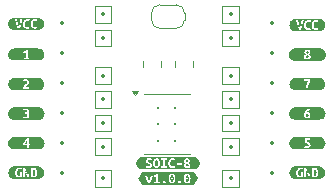
<source format=gto>
%TF.GenerationSoftware,KiCad,Pcbnew,8.0.3*%
%TF.CreationDate,2024-08-11T06:13:30+12:00*%
%TF.ProjectId,soic-8,736f6963-2d38-42e6-9b69-6361645f7063,rev?*%
%TF.SameCoordinates,Original*%
%TF.FileFunction,Legend,Top*%
%TF.FilePolarity,Positive*%
%FSLAX46Y46*%
G04 Gerber Fmt 4.6, Leading zero omitted, Abs format (unit mm)*
G04 Created by KiCad (PCBNEW 8.0.3) date 2024-08-11 06:13:30*
%MOMM*%
%LPD*%
G01*
G04 APERTURE LIST*
%ADD10C,0.120000*%
%ADD11C,0.000000*%
%ADD12C,0.350000*%
%ADD13C,0.200000*%
G04 APERTURE END LIST*
D10*
%TO.C,TP105*%
X-29200000Y-13100000D02*
X-27800000Y-13100000D01*
X-29200000Y-14500000D02*
X-29200000Y-13100000D01*
X-27800000Y-13100000D02*
X-27800000Y-14500000D01*
X-27800000Y-14500000D02*
X-29200000Y-14500000D01*
%TO.C,C101*%
X-25095000Y-12538748D02*
X-25095000Y-13061252D01*
X-23625000Y-12538748D02*
X-23625000Y-13061252D01*
D11*
%TO.C,kibuzzard-66A68BCE*%
G36*
X-34315024Y-21752504D02*
G01*
X-34262036Y-21812601D01*
X-34234895Y-21899192D01*
X-34227141Y-22000000D01*
X-34229564Y-22057027D01*
X-34236834Y-22109208D01*
X-34269144Y-22195153D01*
X-34328595Y-22252019D01*
X-34419709Y-22272698D01*
X-34433926Y-22272698D01*
X-34448142Y-22271405D01*
X-34448142Y-21733764D01*
X-34424879Y-21730533D01*
X-34401616Y-21729887D01*
X-34315024Y-21752504D01*
G37*
G36*
X-33909288Y-21484942D02*
G01*
X-33810774Y-21514826D01*
X-33719983Y-21563355D01*
X-33640404Y-21628664D01*
X-33575095Y-21708243D01*
X-33526566Y-21799035D01*
X-33496682Y-21897549D01*
X-33486591Y-22000000D01*
X-33496682Y-22102451D01*
X-33526566Y-22200965D01*
X-33575095Y-22291757D01*
X-33640404Y-22371336D01*
X-33719983Y-22436645D01*
X-33810774Y-22485174D01*
X-33909288Y-22515058D01*
X-34011739Y-22525148D01*
X-34065590Y-22525148D01*
X-34436511Y-22525148D01*
X-34864297Y-22525148D01*
X-35607431Y-22525148D01*
X-35934410Y-22525148D01*
X-35988261Y-22525148D01*
X-36090712Y-22515058D01*
X-36189226Y-22485174D01*
X-36280017Y-22436645D01*
X-36359596Y-22371336D01*
X-36424905Y-22291757D01*
X-36473434Y-22200965D01*
X-36503318Y-22102451D01*
X-36513409Y-22000000D01*
X-35934410Y-22000000D01*
X-35928595Y-22097092D01*
X-35911147Y-22181583D01*
X-35883037Y-22253312D01*
X-35845234Y-22312116D01*
X-35798223Y-22357997D01*
X-35742488Y-22390953D01*
X-35678675Y-22410824D01*
X-35607431Y-22417447D01*
X-35528433Y-22414216D01*
X-35462036Y-22404523D01*
X-35447282Y-22400646D01*
X-35263651Y-22400646D01*
X-35120194Y-22400646D01*
X-35120194Y-21869467D01*
X-35072159Y-21958140D01*
X-35026279Y-22046670D01*
X-34982553Y-22135057D01*
X-34940980Y-22223443D01*
X-34901562Y-22311973D01*
X-34864297Y-22400646D01*
X-34736349Y-22400646D01*
X-34736349Y-21610985D01*
X-34607108Y-21610985D01*
X-34607108Y-22391599D01*
X-34519871Y-22406462D01*
X-34436511Y-22410985D01*
X-34358481Y-22405331D01*
X-34287237Y-22388368D01*
X-34224071Y-22359128D01*
X-34170275Y-22316640D01*
X-34126494Y-22260258D01*
X-34093376Y-22189338D01*
X-34072536Y-22102908D01*
X-34065590Y-22000000D01*
X-34071890Y-21899354D01*
X-34090792Y-21814540D01*
X-34121002Y-21744426D01*
X-34161228Y-21687884D01*
X-34211470Y-21644750D01*
X-34271729Y-21614863D01*
X-34340388Y-21597415D01*
X-34415832Y-21591599D01*
X-34505008Y-21595477D01*
X-34607108Y-21610985D01*
X-34736349Y-21610985D01*
X-34736349Y-21600646D01*
X-34879806Y-21600646D01*
X-34879806Y-22093053D01*
X-34902585Y-22042649D01*
X-34929564Y-21984491D01*
X-34959935Y-21921486D01*
X-34992892Y-21856543D01*
X-35027625Y-21790468D01*
X-35063328Y-21724071D01*
X-35099515Y-21659935D01*
X-35135703Y-21600646D01*
X-35263651Y-21600646D01*
X-35263651Y-22400646D01*
X-35447282Y-22400646D01*
X-35373506Y-22381260D01*
X-35373506Y-21981906D01*
X-35532472Y-21981906D01*
X-35532472Y-22273990D01*
X-35563489Y-22277868D01*
X-35594507Y-22279160D01*
X-35671729Y-22262197D01*
X-35727625Y-22211309D01*
X-35752755Y-22157674D01*
X-35767833Y-22087237D01*
X-35772859Y-22000000D01*
X-35770113Y-21940711D01*
X-35761874Y-21886914D01*
X-35725687Y-21799031D01*
X-35661712Y-21741519D01*
X-35566074Y-21720840D01*
X-35480775Y-21735057D01*
X-35410985Y-21767367D01*
X-35369628Y-21640711D01*
X-35396123Y-21625202D01*
X-35440711Y-21605816D01*
X-35504685Y-21589661D01*
X-35588045Y-21582553D01*
X-35658158Y-21589176D01*
X-35723748Y-21609047D01*
X-35782876Y-21642165D01*
X-35833603Y-21688530D01*
X-35875283Y-21747819D01*
X-35907270Y-21819709D01*
X-35927625Y-21903877D01*
X-35934410Y-22000000D01*
X-36513409Y-22000000D01*
X-36503318Y-21897549D01*
X-36473434Y-21799035D01*
X-36424905Y-21708243D01*
X-36359596Y-21628664D01*
X-36280017Y-21563355D01*
X-36189226Y-21514826D01*
X-36090712Y-21484942D01*
X-35988261Y-21474852D01*
X-35934410Y-21474852D01*
X-34065590Y-21474852D01*
X-34011739Y-21474852D01*
X-33909288Y-21484942D01*
G37*
D10*
%TO.C,TP102*%
X-29200000Y-9900000D02*
X-27800000Y-9900000D01*
X-29200000Y-11300000D02*
X-29200000Y-9900000D01*
X-27800000Y-9900000D02*
X-27800000Y-11300000D01*
X-27800000Y-11300000D02*
X-29200000Y-11300000D01*
%TO.C,TP103*%
X-18400000Y-9900000D02*
X-17000000Y-9900000D01*
X-18400000Y-11300000D02*
X-18400000Y-9900000D01*
X-17000000Y-9900000D02*
X-17000000Y-11300000D01*
X-17000000Y-11300000D02*
X-18400000Y-11300000D01*
%TO.C,TP104*%
X-18400000Y-7900000D02*
X-17000000Y-7900000D01*
X-18400000Y-9300000D02*
X-18400000Y-7900000D01*
X-17000000Y-7900000D02*
X-17000000Y-9300000D01*
X-17000000Y-9300000D02*
X-18400000Y-9300000D01*
%TO.C,TP107*%
X-29200000Y-17100000D02*
X-27800000Y-17100000D01*
X-29200000Y-18500000D02*
X-29200000Y-17100000D01*
X-27800000Y-17100000D02*
X-27800000Y-18500000D01*
X-27800000Y-18500000D02*
X-29200000Y-18500000D01*
%TO.C,U101*%
X-23110000Y-15340000D02*
X-25060000Y-15340000D01*
X-23110000Y-15340000D02*
X-21160000Y-15340000D01*
X-23110000Y-20460000D02*
X-25060000Y-20460000D01*
X-23110000Y-20460000D02*
X-21160000Y-20460000D01*
X-25810000Y-15435000D02*
X-26050000Y-15105000D01*
X-25570000Y-15105000D01*
X-25810000Y-15435000D01*
G36*
X-25810000Y-15435000D02*
G01*
X-26050000Y-15105000D01*
X-25570000Y-15105000D01*
X-25810000Y-15435000D01*
G37*
%TO.C,TP113*%
X-29200000Y-21800000D02*
X-27800000Y-21800000D01*
X-29200000Y-23200000D02*
X-29200000Y-21800000D01*
X-27800000Y-21800000D02*
X-27800000Y-23200000D01*
X-27800000Y-23200000D02*
X-29200000Y-23200000D01*
%TO.C,TP108*%
X-29200000Y-19100000D02*
X-27800000Y-19100000D01*
X-29200000Y-20500000D02*
X-29200000Y-19100000D01*
X-27800000Y-19100000D02*
X-27800000Y-20500000D01*
X-27800000Y-20500000D02*
X-29200000Y-20500000D01*
D11*
%TO.C,kibuzzard-66A68B20*%
G36*
X-33902826Y-8884942D02*
G01*
X-33804312Y-8914826D01*
X-33713521Y-8963355D01*
X-33633942Y-9028664D01*
X-33568633Y-9108243D01*
X-33520104Y-9199035D01*
X-33490220Y-9297549D01*
X-33480129Y-9400000D01*
X-33490220Y-9502451D01*
X-33520104Y-9600965D01*
X-33568633Y-9691757D01*
X-33633942Y-9771336D01*
X-33713521Y-9836645D01*
X-33804312Y-9885174D01*
X-33902826Y-9915058D01*
X-34005277Y-9925148D01*
X-34059128Y-9925148D01*
X-34282714Y-9925148D01*
X-34928918Y-9925148D01*
X-35717286Y-9925148D01*
X-35940872Y-9925148D01*
X-35994723Y-9925148D01*
X-36097174Y-9915058D01*
X-36195688Y-9885174D01*
X-36286479Y-9836645D01*
X-36366058Y-9771336D01*
X-36431367Y-9691757D01*
X-36479896Y-9600965D01*
X-36509780Y-9502451D01*
X-36519871Y-9400000D01*
X-36509780Y-9297549D01*
X-36479896Y-9199035D01*
X-36431367Y-9108243D01*
X-36366058Y-9028664D01*
X-36331918Y-9000646D01*
X-35940872Y-9000646D01*
X-35926010Y-9073021D01*
X-35904685Y-9163489D01*
X-35887596Y-9231197D01*
X-35869072Y-9301633D01*
X-35849111Y-9374798D01*
X-35828002Y-9449399D01*
X-35806031Y-9524143D01*
X-35783199Y-9599031D01*
X-35749273Y-9705654D01*
X-35717286Y-9800646D01*
X-35553150Y-9800646D01*
X-35528451Y-9731790D01*
X-35504326Y-9661353D01*
X-35480775Y-9589338D01*
X-35458158Y-9516963D01*
X-35436834Y-9445450D01*
X-35423947Y-9400000D01*
X-35276575Y-9400000D01*
X-35271002Y-9494426D01*
X-35254281Y-9577383D01*
X-35226414Y-9648869D01*
X-35187399Y-9708885D01*
X-35119045Y-9769198D01*
X-35032885Y-9805385D01*
X-34928918Y-9817447D01*
X-34858320Y-9813086D01*
X-34796446Y-9800000D01*
X-34705331Y-9761874D01*
X-34745396Y-9636511D01*
X-34810662Y-9664943D01*
X-34913409Y-9679160D01*
X-35005654Y-9660905D01*
X-35067851Y-9606139D01*
X-35094059Y-9550350D01*
X-35109783Y-9480345D01*
X-35114783Y-9400000D01*
X-34630372Y-9400000D01*
X-34624798Y-9494426D01*
X-34608078Y-9577383D01*
X-34580210Y-9648869D01*
X-34541195Y-9708885D01*
X-34472841Y-9769198D01*
X-34386681Y-9805385D01*
X-34282714Y-9817447D01*
X-34212116Y-9813086D01*
X-34150242Y-9800000D01*
X-34059128Y-9761874D01*
X-34099192Y-9636511D01*
X-34164459Y-9664943D01*
X-34267205Y-9679160D01*
X-34359451Y-9660905D01*
X-34421648Y-9606139D01*
X-34447855Y-9550350D01*
X-34463579Y-9480345D01*
X-34468821Y-9396123D01*
X-34464459Y-9323748D01*
X-34451373Y-9264297D01*
X-34406139Y-9179645D01*
X-34342811Y-9134410D01*
X-34269790Y-9120840D01*
X-34173506Y-9134410D01*
X-34101777Y-9167367D01*
X-34060420Y-9040711D01*
X-34086914Y-9025202D01*
X-34130210Y-9005816D01*
X-34190307Y-8989661D01*
X-34267205Y-8982553D01*
X-34342973Y-8989499D01*
X-34412601Y-9010339D01*
X-34474636Y-9044588D01*
X-34527625Y-9091761D01*
X-34570759Y-9151373D01*
X-34603231Y-9222940D01*
X-34623586Y-9305977D01*
X-34630372Y-9400000D01*
X-35114783Y-9400000D01*
X-35115024Y-9396123D01*
X-35110662Y-9323748D01*
X-35097577Y-9264297D01*
X-35052342Y-9179645D01*
X-34989015Y-9134410D01*
X-34915994Y-9120840D01*
X-34819709Y-9134410D01*
X-34747981Y-9167367D01*
X-34706624Y-9040711D01*
X-34733118Y-9025202D01*
X-34776414Y-9005816D01*
X-34836510Y-8989661D01*
X-34913409Y-8982553D01*
X-34989176Y-8989499D01*
X-35058805Y-9010339D01*
X-35120840Y-9044588D01*
X-35173829Y-9091761D01*
X-35216963Y-9151373D01*
X-35249435Y-9222940D01*
X-35269790Y-9305977D01*
X-35276575Y-9400000D01*
X-35423947Y-9400000D01*
X-35416801Y-9374798D01*
X-35389338Y-9271890D01*
X-35365105Y-9173829D01*
X-35344265Y-9082714D01*
X-35326979Y-9000646D01*
X-35493700Y-9000646D01*
X-35505331Y-9067851D01*
X-35519548Y-9145396D01*
X-35535703Y-9229241D01*
X-35553150Y-9315347D01*
X-35571890Y-9401939D01*
X-35591922Y-9487237D01*
X-35612601Y-9567205D01*
X-35633279Y-9637803D01*
X-35654120Y-9566236D01*
X-35675283Y-9485945D01*
X-35695961Y-9400646D01*
X-35715347Y-9314055D01*
X-35733279Y-9228110D01*
X-35749596Y-9144750D01*
X-35763166Y-9067690D01*
X-35772859Y-9000646D01*
X-35940872Y-9000646D01*
X-36331918Y-9000646D01*
X-36286479Y-8963355D01*
X-36195688Y-8914826D01*
X-36097174Y-8884942D01*
X-35994723Y-8874852D01*
X-35940872Y-8874852D01*
X-34059128Y-8874852D01*
X-34005277Y-8874852D01*
X-33902826Y-8884942D01*
G37*
D10*
%TO.C,TP110*%
X-18400000Y-17100000D02*
X-17000000Y-17100000D01*
X-18400000Y-18500000D02*
X-18400000Y-17100000D01*
X-17000000Y-17100000D02*
X-17000000Y-18500000D01*
X-17000000Y-18500000D02*
X-18400000Y-18500000D01*
D11*
%TO.C,kibuzzard-66A68C60*%
G36*
X-10079174Y-18993816D02*
G01*
X-9982357Y-19023185D01*
X-9893130Y-19070878D01*
X-9814921Y-19135061D01*
X-9750738Y-19213270D01*
X-9703045Y-19302497D01*
X-9673676Y-19399314D01*
X-9663759Y-19500000D01*
X-9673676Y-19600686D01*
X-9703045Y-19697503D01*
X-9750738Y-19786730D01*
X-9814921Y-19864939D01*
X-9893130Y-19929122D01*
X-9982357Y-19976815D01*
X-10079174Y-20006184D01*
X-10179860Y-20016101D01*
X-10933764Y-20016101D01*
X-11250404Y-20016101D01*
X-11466236Y-20016101D01*
X-12220140Y-20016101D01*
X-12320826Y-20006184D01*
X-12417643Y-19976815D01*
X-12506870Y-19929122D01*
X-12582514Y-19867044D01*
X-11466236Y-19867044D01*
X-11429402Y-19881260D01*
X-11375767Y-19894830D01*
X-11313732Y-19904523D01*
X-11250404Y-19908401D01*
X-11176414Y-19903554D01*
X-11112116Y-19889015D01*
X-11057512Y-19865751D01*
X-11012601Y-19834733D01*
X-10953150Y-19752666D01*
X-10933764Y-19649919D01*
X-10942524Y-19574960D01*
X-10968803Y-19512062D01*
X-11012601Y-19461228D01*
X-11074206Y-19422743D01*
X-11153904Y-19396895D01*
X-11251696Y-19383683D01*
X-11245234Y-19310016D01*
X-11238772Y-19223425D01*
X-10963489Y-19223425D01*
X-10963489Y-19091599D01*
X-11371890Y-19091599D01*
X-11376737Y-19190307D01*
X-11383522Y-19292569D01*
X-11392569Y-19397738D01*
X-11404200Y-19505170D01*
X-11315347Y-19507916D01*
X-11245234Y-19516155D01*
X-11151535Y-19547173D01*
X-11107593Y-19594992D01*
X-11096607Y-19656381D01*
X-11103069Y-19699031D01*
X-11126979Y-19735864D01*
X-11174798Y-19762359D01*
X-11251696Y-19772698D01*
X-11312116Y-19769790D01*
X-11361551Y-19761066D01*
X-11433926Y-19735218D01*
X-11466236Y-19867044D01*
X-12582514Y-19867044D01*
X-12585079Y-19864939D01*
X-12649262Y-19786730D01*
X-12696955Y-19697503D01*
X-12726324Y-19600686D01*
X-12736241Y-19500000D01*
X-12726324Y-19399314D01*
X-12696955Y-19302497D01*
X-12649262Y-19213270D01*
X-12585079Y-19135061D01*
X-12506870Y-19070878D01*
X-12417643Y-19023185D01*
X-12320826Y-18993816D01*
X-12220140Y-18983899D01*
X-11466236Y-18983899D01*
X-10933764Y-18983899D01*
X-10179860Y-18983899D01*
X-10079174Y-18993816D01*
G37*
%TO.C,kibuzzard-66A68B20*%
G36*
X-10102826Y-8984942D02*
G01*
X-10004312Y-9014826D01*
X-9913521Y-9063355D01*
X-9833942Y-9128664D01*
X-9768633Y-9208243D01*
X-9720104Y-9299035D01*
X-9690220Y-9397549D01*
X-9680129Y-9500000D01*
X-9690220Y-9602451D01*
X-9720104Y-9700965D01*
X-9768633Y-9791757D01*
X-9833942Y-9871336D01*
X-9913521Y-9936645D01*
X-10004312Y-9985174D01*
X-10102826Y-10015058D01*
X-10205277Y-10025148D01*
X-10259128Y-10025148D01*
X-10482714Y-10025148D01*
X-11128918Y-10025148D01*
X-11917286Y-10025148D01*
X-12140872Y-10025148D01*
X-12194723Y-10025148D01*
X-12297174Y-10015058D01*
X-12395688Y-9985174D01*
X-12486479Y-9936645D01*
X-12566058Y-9871336D01*
X-12631367Y-9791757D01*
X-12679896Y-9700965D01*
X-12709780Y-9602451D01*
X-12719871Y-9500000D01*
X-12709780Y-9397549D01*
X-12679896Y-9299035D01*
X-12631367Y-9208243D01*
X-12566058Y-9128664D01*
X-12531918Y-9100646D01*
X-12140872Y-9100646D01*
X-12126010Y-9173021D01*
X-12104685Y-9263489D01*
X-12087596Y-9331197D01*
X-12069072Y-9401633D01*
X-12049111Y-9474798D01*
X-12028002Y-9549399D01*
X-12006031Y-9624143D01*
X-11983199Y-9699031D01*
X-11949273Y-9805654D01*
X-11917286Y-9900646D01*
X-11753150Y-9900646D01*
X-11728451Y-9831790D01*
X-11704326Y-9761353D01*
X-11680775Y-9689338D01*
X-11658158Y-9616963D01*
X-11636834Y-9545450D01*
X-11623947Y-9500000D01*
X-11476575Y-9500000D01*
X-11471002Y-9594426D01*
X-11454281Y-9677383D01*
X-11426414Y-9748869D01*
X-11387399Y-9808885D01*
X-11319045Y-9869198D01*
X-11232885Y-9905385D01*
X-11128918Y-9917447D01*
X-11058320Y-9913086D01*
X-10996446Y-9900000D01*
X-10905331Y-9861874D01*
X-10945396Y-9736511D01*
X-11010662Y-9764943D01*
X-11113409Y-9779160D01*
X-11205654Y-9760905D01*
X-11267851Y-9706139D01*
X-11294059Y-9650350D01*
X-11309783Y-9580345D01*
X-11314783Y-9500000D01*
X-10830372Y-9500000D01*
X-10824798Y-9594426D01*
X-10808078Y-9677383D01*
X-10780210Y-9748869D01*
X-10741195Y-9808885D01*
X-10672841Y-9869198D01*
X-10586681Y-9905385D01*
X-10482714Y-9917447D01*
X-10412116Y-9913086D01*
X-10350242Y-9900000D01*
X-10259128Y-9861874D01*
X-10299192Y-9736511D01*
X-10364459Y-9764943D01*
X-10467205Y-9779160D01*
X-10559451Y-9760905D01*
X-10621648Y-9706139D01*
X-10647855Y-9650350D01*
X-10663579Y-9580345D01*
X-10668821Y-9496123D01*
X-10664459Y-9423748D01*
X-10651373Y-9364297D01*
X-10606139Y-9279645D01*
X-10542811Y-9234410D01*
X-10469790Y-9220840D01*
X-10373506Y-9234410D01*
X-10301777Y-9267367D01*
X-10260420Y-9140711D01*
X-10286914Y-9125202D01*
X-10330210Y-9105816D01*
X-10390307Y-9089661D01*
X-10467205Y-9082553D01*
X-10542973Y-9089499D01*
X-10612601Y-9110339D01*
X-10674636Y-9144588D01*
X-10727625Y-9191761D01*
X-10770759Y-9251373D01*
X-10803231Y-9322940D01*
X-10823586Y-9405977D01*
X-10830372Y-9500000D01*
X-11314783Y-9500000D01*
X-11315024Y-9496123D01*
X-11310662Y-9423748D01*
X-11297577Y-9364297D01*
X-11252342Y-9279645D01*
X-11189015Y-9234410D01*
X-11115994Y-9220840D01*
X-11019709Y-9234410D01*
X-10947981Y-9267367D01*
X-10906624Y-9140711D01*
X-10933118Y-9125202D01*
X-10976414Y-9105816D01*
X-11036510Y-9089661D01*
X-11113409Y-9082553D01*
X-11189176Y-9089499D01*
X-11258805Y-9110339D01*
X-11320840Y-9144588D01*
X-11373829Y-9191761D01*
X-11416963Y-9251373D01*
X-11449435Y-9322940D01*
X-11469790Y-9405977D01*
X-11476575Y-9500000D01*
X-11623947Y-9500000D01*
X-11616801Y-9474798D01*
X-11589338Y-9371890D01*
X-11565105Y-9273829D01*
X-11544265Y-9182714D01*
X-11526979Y-9100646D01*
X-11693700Y-9100646D01*
X-11705331Y-9167851D01*
X-11719548Y-9245396D01*
X-11735703Y-9329241D01*
X-11753150Y-9415347D01*
X-11771890Y-9501939D01*
X-11791922Y-9587237D01*
X-11812601Y-9667205D01*
X-11833279Y-9737803D01*
X-11854120Y-9666236D01*
X-11875283Y-9585945D01*
X-11895961Y-9500646D01*
X-11915347Y-9414055D01*
X-11933279Y-9328110D01*
X-11949596Y-9244750D01*
X-11963166Y-9167690D01*
X-11972859Y-9100646D01*
X-12140872Y-9100646D01*
X-12531918Y-9100646D01*
X-12486479Y-9063355D01*
X-12395688Y-9014826D01*
X-12297174Y-8984942D01*
X-12194723Y-8974852D01*
X-12140872Y-8974852D01*
X-10259128Y-8974852D01*
X-10205277Y-8974852D01*
X-10102826Y-8984942D01*
G37*
%TO.C,kibuzzard-66AFC706*%
G36*
X-22605331Y-22236187D02*
G01*
X-22563166Y-22289984D01*
X-22544139Y-22345055D01*
X-22532723Y-22414629D01*
X-22528918Y-22498708D01*
X-22532723Y-22583504D01*
X-22544139Y-22653509D01*
X-22563166Y-22708724D01*
X-22605331Y-22762520D01*
X-22662036Y-22780053D01*
X-22663328Y-22780452D01*
X-22720517Y-22762520D01*
X-22762843Y-22708724D01*
X-22782229Y-22653509D01*
X-22793861Y-22583504D01*
X-22797738Y-22498708D01*
X-22797142Y-22485784D01*
X-22734410Y-22485784D01*
X-22715024Y-22545880D01*
X-22662036Y-22571082D01*
X-22610985Y-22545880D01*
X-22590953Y-22485784D01*
X-22610985Y-22425040D01*
X-22662036Y-22399192D01*
X-22715024Y-22425040D01*
X-22734410Y-22485784D01*
X-22797142Y-22485784D01*
X-22793861Y-22414629D01*
X-22782229Y-22345055D01*
X-22762843Y-22289984D01*
X-22720517Y-22236187D01*
X-22663328Y-22218255D01*
X-22605331Y-22236187D01*
G37*
G36*
X-21312924Y-22236187D02*
G01*
X-21270759Y-22289984D01*
X-21251732Y-22345055D01*
X-21240316Y-22414629D01*
X-21236511Y-22498708D01*
X-21240316Y-22583504D01*
X-21251732Y-22653509D01*
X-21270759Y-22708724D01*
X-21312924Y-22762520D01*
X-21369628Y-22780053D01*
X-21370921Y-22780452D01*
X-21428110Y-22762520D01*
X-21470436Y-22708724D01*
X-21489822Y-22653509D01*
X-21501454Y-22583504D01*
X-21505331Y-22498708D01*
X-21504735Y-22485784D01*
X-21442003Y-22485784D01*
X-21422617Y-22545880D01*
X-21369628Y-22571082D01*
X-21318578Y-22545880D01*
X-21298546Y-22485784D01*
X-21318578Y-22425040D01*
X-21369628Y-22399192D01*
X-21422617Y-22425040D01*
X-21442003Y-22485784D01*
X-21504735Y-22485784D01*
X-21501454Y-22414629D01*
X-21489822Y-22345055D01*
X-21470436Y-22289984D01*
X-21428110Y-22236187D01*
X-21370921Y-22218255D01*
X-21312924Y-22236187D01*
G37*
G36*
X-20473703Y-22500000D02*
G01*
X-20823802Y-23025148D01*
X-21093053Y-23025148D01*
X-21370921Y-23025148D01*
X-22015832Y-23025148D01*
X-22663328Y-23025148D01*
X-23308239Y-23025148D01*
X-23685622Y-23025148D01*
X-24674313Y-23025148D01*
X-24906947Y-23025148D01*
X-25176198Y-23025148D01*
X-25526297Y-22500000D01*
X-25388440Y-22293215D01*
X-24906947Y-22293215D01*
X-24879443Y-22383158D01*
X-24851212Y-22469467D01*
X-24822254Y-22552141D01*
X-24792569Y-22631179D01*
X-24752719Y-22729761D01*
X-24713301Y-22819584D01*
X-24674313Y-22900646D01*
X-24541195Y-22900646D01*
X-24501562Y-22819584D01*
X-24460205Y-22729761D01*
X-24417124Y-22631179D01*
X-24384895Y-22552141D01*
X-24354120Y-22469467D01*
X-24324798Y-22383158D01*
X-24296931Y-22293215D01*
X-24458481Y-22293215D01*
X-24471890Y-22343942D01*
X-24488853Y-22397900D01*
X-24507916Y-22453635D01*
X-24527625Y-22509693D01*
X-24547819Y-22565105D01*
X-24568336Y-22618901D01*
X-24605816Y-22715832D01*
X-24641357Y-22618901D01*
X-24659935Y-22565105D01*
X-24678191Y-22509693D01*
X-24695800Y-22453635D01*
X-24712439Y-22397900D01*
X-24727464Y-22343942D01*
X-24740226Y-22293215D01*
X-24906947Y-22293215D01*
X-25388440Y-22293215D01*
X-25371208Y-22267367D01*
X-24216801Y-22267367D01*
X-24165105Y-22399192D01*
X-24086268Y-22367528D01*
X-24003554Y-22321648D01*
X-24003554Y-22768821D01*
X-24171567Y-22768821D01*
X-24171567Y-22900646D01*
X-23685622Y-22900646D01*
X-23685622Y-22798546D01*
X-23424556Y-22798546D01*
X-23414863Y-22848304D01*
X-23389015Y-22884491D01*
X-23352181Y-22907108D01*
X-23308239Y-22914863D01*
X-23228110Y-22885137D01*
X-23193215Y-22798546D01*
X-23228110Y-22714540D01*
X-23308239Y-22684814D01*
X-23352181Y-22692569D01*
X-23389015Y-22714540D01*
X-23414863Y-22750081D01*
X-23424556Y-22798546D01*
X-23685622Y-22798546D01*
X-23685622Y-22768821D01*
X-23844588Y-22768821D01*
X-23844588Y-22498708D01*
X-22941195Y-22498708D01*
X-22936753Y-22597900D01*
X-22923425Y-22683522D01*
X-22901212Y-22755574D01*
X-22870113Y-22814055D01*
X-22815545Y-22871495D01*
X-22746616Y-22905959D01*
X-22663328Y-22917447D01*
X-22580039Y-22905959D01*
X-22511111Y-22871495D01*
X-22456543Y-22814055D01*
X-22448296Y-22798546D01*
X-22132149Y-22798546D01*
X-22122456Y-22848304D01*
X-22096607Y-22884491D01*
X-22059774Y-22907108D01*
X-22015832Y-22914863D01*
X-21935703Y-22885137D01*
X-21900808Y-22798546D01*
X-21935703Y-22714540D01*
X-22015832Y-22684814D01*
X-22059774Y-22692569D01*
X-22096607Y-22714540D01*
X-22122456Y-22750081D01*
X-22132149Y-22798546D01*
X-22448296Y-22798546D01*
X-22425444Y-22755574D01*
X-22403231Y-22683522D01*
X-22389903Y-22597900D01*
X-22385460Y-22498708D01*
X-21648788Y-22498708D01*
X-21644346Y-22597900D01*
X-21631018Y-22683522D01*
X-21608805Y-22755574D01*
X-21577706Y-22814055D01*
X-21523138Y-22871495D01*
X-21454209Y-22905959D01*
X-21370921Y-22917447D01*
X-21287632Y-22905959D01*
X-21218704Y-22871495D01*
X-21164136Y-22814055D01*
X-21133037Y-22755574D01*
X-21110824Y-22683522D01*
X-21097496Y-22597900D01*
X-21093053Y-22498708D01*
X-21097496Y-22400121D01*
X-21110824Y-22315024D01*
X-21133037Y-22243417D01*
X-21164136Y-22185299D01*
X-21218704Y-22128218D01*
X-21287632Y-22093969D01*
X-21370921Y-22082553D01*
X-21452917Y-22094041D01*
X-21521414Y-22128505D01*
X-21576414Y-22185945D01*
X-21608078Y-22244265D01*
X-21630695Y-22315832D01*
X-21644265Y-22400646D01*
X-21648788Y-22498708D01*
X-22385460Y-22498708D01*
X-22389903Y-22400121D01*
X-22403231Y-22315024D01*
X-22425444Y-22243417D01*
X-22456543Y-22185299D01*
X-22511111Y-22128218D01*
X-22580039Y-22093969D01*
X-22663328Y-22082553D01*
X-22745324Y-22094041D01*
X-22813822Y-22128505D01*
X-22868821Y-22185945D01*
X-22900485Y-22244265D01*
X-22923102Y-22315832D01*
X-22936672Y-22400646D01*
X-22941195Y-22498708D01*
X-23844588Y-22498708D01*
X-23844588Y-22100646D01*
X-23953150Y-22100646D01*
X-24008724Y-22151050D01*
X-24077221Y-22197577D01*
X-24149596Y-22237641D01*
X-24216801Y-22267367D01*
X-25371208Y-22267367D01*
X-25176198Y-21974852D01*
X-24906947Y-21974852D01*
X-21093053Y-21974852D01*
X-20823802Y-21974852D01*
X-20473703Y-22500000D01*
G37*
%TO.C,kibuzzard-66AFC835*%
G36*
X-10085982Y-14002055D02*
G01*
X-9990741Y-14030946D01*
X-9902966Y-14077862D01*
X-9826031Y-14141001D01*
X-9762892Y-14217937D01*
X-9715975Y-14305711D01*
X-9687084Y-14400953D01*
X-9677329Y-14500000D01*
X-9687084Y-14599047D01*
X-9715975Y-14694289D01*
X-9762892Y-14782063D01*
X-9826031Y-14858999D01*
X-9902966Y-14922138D01*
X-9990741Y-14969054D01*
X-10085982Y-14997945D01*
X-10185030Y-15007701D01*
X-10938934Y-15007701D01*
X-11353796Y-15007701D01*
X-11461066Y-15007701D01*
X-12214970Y-15007701D01*
X-12314018Y-14997945D01*
X-12409259Y-14969054D01*
X-12497034Y-14922138D01*
X-12573969Y-14858999D01*
X-12637108Y-14782063D01*
X-12684025Y-14694289D01*
X-12712916Y-14599047D01*
X-12722671Y-14500000D01*
X-12712916Y-14400953D01*
X-12684025Y-14305711D01*
X-12644532Y-14231826D01*
X-11461066Y-14231826D01*
X-11125040Y-14231826D01*
X-11160905Y-14295638D01*
X-11198708Y-14370759D01*
X-11236026Y-14453958D01*
X-11270436Y-14542003D01*
X-11300969Y-14632956D01*
X-11326656Y-14724879D01*
X-11345073Y-14814863D01*
X-11353796Y-14900000D01*
X-11192246Y-14900000D01*
X-11180452Y-14796446D01*
X-11157997Y-14692569D01*
X-11127948Y-14591599D01*
X-11093376Y-14496769D01*
X-11055412Y-14409855D01*
X-11015186Y-14332633D01*
X-10975444Y-14268336D01*
X-10938934Y-14220194D01*
X-10938934Y-14100000D01*
X-11461066Y-14100000D01*
X-11461066Y-14231826D01*
X-12644532Y-14231826D01*
X-12637108Y-14217937D01*
X-12573969Y-14141001D01*
X-12497034Y-14077862D01*
X-12409259Y-14030946D01*
X-12314018Y-14002055D01*
X-12214970Y-13992299D01*
X-11461066Y-13992299D01*
X-10938934Y-13992299D01*
X-10185030Y-13992299D01*
X-10085982Y-14002055D01*
G37*
D10*
%TO.C,TP111*%
X-18400000Y-15100000D02*
X-17000000Y-15100000D01*
X-18400000Y-16500000D02*
X-18400000Y-15100000D01*
X-17000000Y-15100000D02*
X-17000000Y-16500000D01*
X-17000000Y-16500000D02*
X-18400000Y-16500000D01*
%TO.C,TP109*%
X-18400000Y-19100000D02*
X-17000000Y-19100000D01*
X-18400000Y-20500000D02*
X-18400000Y-19100000D01*
X-17000000Y-19100000D02*
X-17000000Y-20500000D01*
X-17000000Y-20500000D02*
X-18400000Y-20500000D01*
D11*
%TO.C,kibuzzard-66A68C2F*%
G36*
X-33881459Y-11502055D02*
G01*
X-33786218Y-11530946D01*
X-33698443Y-11577862D01*
X-33621508Y-11641001D01*
X-33558369Y-11717937D01*
X-33511452Y-11805711D01*
X-33482561Y-11900953D01*
X-33472806Y-12000000D01*
X-33482561Y-12099047D01*
X-33511452Y-12194289D01*
X-33558369Y-12282063D01*
X-33621508Y-12358999D01*
X-33698443Y-12422138D01*
X-33786218Y-12469054D01*
X-33881459Y-12497945D01*
X-33980506Y-12507701D01*
X-34734410Y-12507701D01*
X-35265590Y-12507701D01*
X-36019494Y-12507701D01*
X-36118541Y-12497945D01*
X-36213782Y-12469054D01*
X-36301557Y-12422138D01*
X-36378492Y-12358999D01*
X-36441631Y-12282063D01*
X-36488548Y-12194289D01*
X-36517439Y-12099047D01*
X-36527194Y-12000000D01*
X-36517439Y-11900953D01*
X-36488548Y-11805711D01*
X-36467707Y-11766721D01*
X-35265590Y-11766721D01*
X-35213893Y-11898546D01*
X-35135057Y-11866882D01*
X-35052342Y-11821002D01*
X-35052342Y-12268174D01*
X-35220355Y-12268174D01*
X-35220355Y-12400000D01*
X-34734410Y-12400000D01*
X-34734410Y-12268174D01*
X-34893376Y-12268174D01*
X-34893376Y-11600000D01*
X-35001939Y-11600000D01*
X-35057512Y-11650404D01*
X-35126010Y-11696931D01*
X-35198384Y-11736995D01*
X-35265590Y-11766721D01*
X-36467707Y-11766721D01*
X-36441631Y-11717937D01*
X-36378492Y-11641001D01*
X-36301557Y-11577862D01*
X-36213782Y-11530946D01*
X-36118541Y-11502055D01*
X-36019494Y-11492299D01*
X-35265590Y-11492299D01*
X-34734410Y-11492299D01*
X-33980506Y-11492299D01*
X-33881459Y-11502055D01*
G37*
%TO.C,kibuzzard-66A68C47*%
G36*
X-33878701Y-16484942D02*
G01*
X-33780187Y-16514826D01*
X-33689396Y-16563355D01*
X-33609817Y-16628664D01*
X-33544508Y-16708243D01*
X-33495979Y-16799035D01*
X-33466095Y-16897549D01*
X-33456004Y-17000000D01*
X-33466095Y-17102451D01*
X-33495979Y-17200965D01*
X-33544508Y-17291757D01*
X-33609817Y-17371336D01*
X-33689396Y-17436645D01*
X-33780187Y-17485174D01*
X-33878701Y-17515058D01*
X-33981152Y-17525148D01*
X-34735057Y-17525148D01*
X-35042649Y-17525148D01*
X-35264943Y-17525148D01*
X-36018848Y-17525148D01*
X-36121299Y-17515058D01*
X-36219813Y-17485174D01*
X-36310604Y-17436645D01*
X-36387539Y-17373506D01*
X-35264943Y-17373506D01*
X-35224879Y-17387722D01*
X-35168659Y-17401939D01*
X-35105331Y-17412924D01*
X-35042649Y-17417447D01*
X-34968013Y-17412763D01*
X-34904362Y-17398708D01*
X-34851373Y-17376090D01*
X-34808724Y-17345719D01*
X-34753150Y-17264943D01*
X-34735057Y-17162843D01*
X-34743619Y-17097900D01*
X-34769305Y-17042649D01*
X-34810501Y-16998384D01*
X-34865590Y-16966397D01*
X-34793215Y-16899192D01*
X-34766074Y-16807431D01*
X-34781583Y-16718255D01*
X-34829402Y-16646527D01*
X-34911470Y-16599354D01*
X-34965590Y-16586753D01*
X-35028433Y-16582553D01*
X-35097092Y-16588530D01*
X-35158320Y-16606462D01*
X-35250727Y-16653635D01*
X-35193861Y-16769952D01*
X-35116963Y-16733118D01*
X-35027141Y-16718255D01*
X-34954120Y-16743457D01*
X-34927625Y-16812601D01*
X-34939903Y-16861712D01*
X-34971567Y-16892730D01*
X-35015509Y-16909532D01*
X-35064620Y-16914701D01*
X-35124071Y-16914701D01*
X-35124071Y-17046527D01*
X-35074960Y-17046527D01*
X-35004200Y-17052827D01*
X-34947011Y-17071729D01*
X-34909208Y-17106462D01*
X-34896607Y-17160258D01*
X-34929564Y-17246850D01*
X-34974637Y-17273021D01*
X-35043942Y-17281745D01*
X-35105170Y-17278191D01*
X-35157027Y-17267528D01*
X-35233926Y-17240388D01*
X-35264943Y-17373506D01*
X-36387539Y-17373506D01*
X-36390183Y-17371336D01*
X-36455492Y-17291757D01*
X-36504021Y-17200965D01*
X-36533905Y-17102451D01*
X-36543996Y-17000000D01*
X-36533905Y-16897549D01*
X-36504021Y-16799035D01*
X-36455492Y-16708243D01*
X-36390183Y-16628664D01*
X-36310604Y-16563355D01*
X-36219813Y-16514826D01*
X-36121299Y-16484942D01*
X-36018848Y-16474852D01*
X-35264943Y-16474852D01*
X-34735057Y-16474852D01*
X-33981152Y-16474852D01*
X-33878701Y-16484942D01*
G37*
%TO.C,kibuzzard-66A68C65*%
G36*
X-11155089Y-17022456D02*
G01*
X-11117932Y-17047173D01*
X-11090792Y-17140872D01*
X-11096607Y-17186107D01*
X-11114701Y-17228756D01*
X-11146365Y-17261066D01*
X-11192892Y-17273990D01*
X-11249111Y-17257835D01*
X-11284653Y-17214540D01*
X-11302746Y-17153150D01*
X-11307916Y-17081422D01*
X-11307270Y-17056866D01*
X-11305331Y-17033603D01*
X-11262682Y-17019386D01*
X-11212278Y-17014216D01*
X-11155089Y-17022456D01*
G37*
G36*
X-10080608Y-16491280D02*
G01*
X-9983306Y-16520797D01*
X-9893632Y-16568728D01*
X-9815032Y-16633234D01*
X-9750527Y-16711833D01*
X-9702595Y-16801507D01*
X-9673079Y-16898809D01*
X-9663113Y-17000000D01*
X-9673079Y-17101191D01*
X-9702595Y-17198493D01*
X-9750527Y-17288167D01*
X-9815032Y-17366766D01*
X-9893632Y-17431272D01*
X-9983306Y-17479203D01*
X-10080608Y-17508720D01*
X-10181799Y-17518686D01*
X-10935703Y-17518686D01*
X-11189015Y-17518686D01*
X-11464297Y-17518686D01*
X-12218201Y-17518686D01*
X-12319392Y-17508720D01*
X-12416694Y-17479203D01*
X-12506368Y-17431272D01*
X-12584968Y-17366766D01*
X-12649473Y-17288167D01*
X-12697405Y-17198493D01*
X-12726921Y-17101191D01*
X-12730268Y-17067205D01*
X-11464297Y-17067205D01*
X-11456471Y-17174834D01*
X-11432992Y-17261641D01*
X-11393861Y-17327625D01*
X-11339795Y-17373936D01*
X-11271513Y-17401723D01*
X-11189015Y-17410985D01*
X-11127625Y-17404685D01*
X-11075283Y-17385784D01*
X-10996446Y-17320517D01*
X-10950565Y-17232633D01*
X-10935703Y-17138288D01*
X-10949273Y-17040065D01*
X-10993861Y-16958643D01*
X-11073344Y-16903069D01*
X-11127141Y-16887561D01*
X-11191599Y-16882391D01*
X-11232956Y-16888207D01*
X-11280775Y-16904362D01*
X-11236187Y-16820355D01*
X-11164459Y-16765428D01*
X-11073990Y-16735057D01*
X-10973183Y-16724717D01*
X-10982229Y-16589015D01*
X-11085945Y-16596769D01*
X-11179968Y-16620032D01*
X-11262682Y-16658481D01*
X-11332472Y-16711793D01*
X-11388530Y-16779645D01*
X-11430048Y-16861712D01*
X-11455735Y-16957674D01*
X-11464297Y-17067205D01*
X-12730268Y-17067205D01*
X-12736887Y-17000000D01*
X-12726921Y-16898809D01*
X-12697405Y-16801507D01*
X-12649473Y-16711833D01*
X-12584968Y-16633234D01*
X-12506368Y-16568728D01*
X-12416694Y-16520797D01*
X-12319392Y-16491280D01*
X-12218201Y-16481314D01*
X-11464297Y-16481314D01*
X-10935703Y-16481314D01*
X-10181799Y-16481314D01*
X-10080608Y-16491280D01*
G37*
%TO.C,kibuzzard-66A68C5D*%
G36*
X-34956058Y-19580775D02*
G01*
X-35136995Y-19580775D01*
X-35098223Y-19507108D01*
X-35052342Y-19432795D01*
X-35003877Y-19362359D01*
X-34956058Y-19299031D01*
X-34956058Y-19580775D01*
G37*
G36*
X-33857549Y-19002055D02*
G01*
X-33762308Y-19030946D01*
X-33674533Y-19077862D01*
X-33597598Y-19141001D01*
X-33534459Y-19217937D01*
X-33487542Y-19305711D01*
X-33458651Y-19400953D01*
X-33448896Y-19500000D01*
X-33458651Y-19599047D01*
X-33487542Y-19694289D01*
X-33534459Y-19782063D01*
X-33597598Y-19858999D01*
X-33674533Y-19922138D01*
X-33762308Y-19969054D01*
X-33857549Y-19997945D01*
X-33956597Y-20007701D01*
X-34710501Y-20007701D01*
X-34797092Y-20007701D01*
X-35289499Y-20007701D01*
X-36043403Y-20007701D01*
X-36142451Y-19997945D01*
X-36237692Y-19969054D01*
X-36325467Y-19922138D01*
X-36402402Y-19858999D01*
X-36465541Y-19782063D01*
X-36512458Y-19694289D01*
X-36541349Y-19599047D01*
X-36541748Y-19594992D01*
X-35289499Y-19594992D01*
X-35289499Y-19711309D01*
X-34956058Y-19711309D01*
X-34956058Y-19900000D01*
X-34797092Y-19900000D01*
X-34797092Y-19711309D01*
X-34710501Y-19711309D01*
X-34710501Y-19580775D01*
X-34797092Y-19580775D01*
X-34797092Y-19100000D01*
X-34939257Y-19100000D01*
X-34990953Y-19155089D01*
X-35042649Y-19216963D01*
X-35093053Y-19282714D01*
X-35140872Y-19349435D01*
X-35185460Y-19415832D01*
X-35226171Y-19480614D01*
X-35261389Y-19541195D01*
X-35289499Y-19594992D01*
X-36541748Y-19594992D01*
X-36551104Y-19500000D01*
X-36541349Y-19400953D01*
X-36512458Y-19305711D01*
X-36465541Y-19217937D01*
X-36402402Y-19141001D01*
X-36325467Y-19077862D01*
X-36237692Y-19030946D01*
X-36142451Y-19002055D01*
X-36043403Y-18992299D01*
X-35289499Y-18992299D01*
X-34710501Y-18992299D01*
X-33956597Y-18992299D01*
X-33857549Y-19002055D01*
G37*
D10*
%TO.C,TP112*%
X-18400000Y-13100000D02*
X-17000000Y-13100000D01*
X-18400000Y-14500000D02*
X-18400000Y-13100000D01*
X-17000000Y-13100000D02*
X-17000000Y-14500000D01*
X-17000000Y-14500000D02*
X-18400000Y-14500000D01*
D11*
%TO.C,kibuzzard-66A68C43*%
G36*
X-33874524Y-13993182D02*
G01*
X-33777586Y-14022588D01*
X-33688247Y-14070340D01*
X-33609941Y-14134604D01*
X-33545677Y-14212911D01*
X-33497924Y-14302249D01*
X-33468518Y-14399188D01*
X-33458589Y-14500000D01*
X-33468518Y-14600812D01*
X-33497924Y-14697751D01*
X-33545677Y-14787089D01*
X-33609941Y-14865396D01*
X-33688247Y-14929660D01*
X-33777586Y-14977412D01*
X-33874524Y-15006818D01*
X-33975337Y-15016747D01*
X-34729241Y-15016747D01*
X-35270759Y-15016747D01*
X-36024663Y-15016747D01*
X-36125476Y-15006818D01*
X-36222414Y-14977412D01*
X-36311753Y-14929660D01*
X-36390059Y-14865396D01*
X-36454323Y-14787089D01*
X-36502076Y-14697751D01*
X-36531482Y-14600812D01*
X-36541411Y-14500000D01*
X-36531482Y-14399188D01*
X-36502076Y-14302249D01*
X-36454323Y-14212911D01*
X-36441209Y-14196931D01*
X-35270759Y-14196931D01*
X-35191922Y-14308078D01*
X-35110501Y-14247334D01*
X-35031664Y-14229241D01*
X-34956704Y-14255735D01*
X-34926979Y-14331341D01*
X-34950889Y-14399838D01*
X-35011632Y-14469628D01*
X-35049758Y-14506624D01*
X-35090468Y-14545234D01*
X-35131179Y-14586268D01*
X-35169305Y-14630533D01*
X-35202908Y-14678514D01*
X-35230048Y-14730695D01*
X-35247981Y-14787561D01*
X-35253958Y-14849596D01*
X-35254604Y-14876737D01*
X-35251373Y-14909047D01*
X-34729241Y-14909047D01*
X-34729241Y-14777221D01*
X-35073021Y-14777221D01*
X-35059451Y-14734572D01*
X-35026494Y-14688691D01*
X-34985137Y-14644750D01*
X-34946365Y-14607916D01*
X-34880452Y-14543296D01*
X-34822294Y-14473506D01*
X-34780937Y-14399192D01*
X-34765428Y-14319709D01*
X-34786107Y-14219548D01*
X-34841680Y-14147819D01*
X-34921809Y-14105170D01*
X-35016155Y-14090953D01*
X-35083522Y-14097415D01*
X-35151212Y-14116801D01*
X-35215024Y-14149758D01*
X-35270759Y-14196931D01*
X-36441209Y-14196931D01*
X-36390059Y-14134604D01*
X-36311753Y-14070340D01*
X-36222414Y-14022588D01*
X-36125476Y-13993182D01*
X-36024663Y-13983253D01*
X-35270759Y-13983253D01*
X-34729241Y-13983253D01*
X-33975337Y-13983253D01*
X-33874524Y-13993182D01*
G37*
%TO.C,kibuzzard-66AFC6FD*%
G36*
X-21313409Y-20936349D02*
G01*
X-21283037Y-21004200D01*
X-21299838Y-21073344D01*
X-21356704Y-21138611D01*
X-21420355Y-21108239D01*
X-21461389Y-21079160D01*
X-21491115Y-21005493D01*
X-21459451Y-20936995D01*
X-21386430Y-20913732D01*
X-21313409Y-20936349D01*
G37*
G36*
X-21356704Y-21278837D02*
G01*
X-21301777Y-21311147D01*
X-21270759Y-21346688D01*
X-21261066Y-21391922D01*
X-21295315Y-21458481D01*
X-21387722Y-21486268D01*
X-21474960Y-21459774D01*
X-21511793Y-21381583D01*
X-21492407Y-21311147D01*
X-21436834Y-21244588D01*
X-21356704Y-21278837D01*
G37*
G36*
X-23905331Y-20943457D02*
G01*
X-23867205Y-21002908D01*
X-23849111Y-21091438D01*
X-23845719Y-21144265D01*
X-23844588Y-21200646D01*
X-23845719Y-21256866D01*
X-23849111Y-21309208D01*
X-23867205Y-21397738D01*
X-23905977Y-21457835D01*
X-23971244Y-21479806D01*
X-24037157Y-21457835D01*
X-24075283Y-21398384D01*
X-24093376Y-21309855D01*
X-24096769Y-21257027D01*
X-24097900Y-21200646D01*
X-24096769Y-21144426D01*
X-24093376Y-21092084D01*
X-24075283Y-21003554D01*
X-24037157Y-20943457D01*
X-23971244Y-20921486D01*
X-23905331Y-20943457D01*
G37*
G36*
X-20739318Y-20684309D02*
G01*
X-20640683Y-20714229D01*
X-20549780Y-20762818D01*
X-20470103Y-20828207D01*
X-20404714Y-20907884D01*
X-20356125Y-20998787D01*
X-20326204Y-21097423D01*
X-20316101Y-21200000D01*
X-20326204Y-21302577D01*
X-20356125Y-21401213D01*
X-20404714Y-21492116D01*
X-20470103Y-21571793D01*
X-20549780Y-21637182D01*
X-20640683Y-21685771D01*
X-20739318Y-21715691D01*
X-20841896Y-21725794D01*
X-21111147Y-21725794D01*
X-21390307Y-21725794D01*
X-21855574Y-21725794D01*
X-22619386Y-21725794D01*
X-23578352Y-21725794D01*
X-23969952Y-21725794D01*
X-24640711Y-21725794D01*
X-24888853Y-21725794D01*
X-25158104Y-21725794D01*
X-25260682Y-21715691D01*
X-25359317Y-21685771D01*
X-25450220Y-21637182D01*
X-25529897Y-21571793D01*
X-25541749Y-21557351D01*
X-24888853Y-21557351D01*
X-24799677Y-21596769D01*
X-24730210Y-21612763D01*
X-24640711Y-21618094D01*
X-24550027Y-21611273D01*
X-24476144Y-21590810D01*
X-24419063Y-21556704D01*
X-24364297Y-21482553D01*
X-24346042Y-21382876D01*
X-24351535Y-21322617D01*
X-24368013Y-21273667D01*
X-24424233Y-21201292D01*
X-24425274Y-21200646D01*
X-24259451Y-21200646D01*
X-24254806Y-21297698D01*
X-24240872Y-21382068D01*
X-24217649Y-21453756D01*
X-24185137Y-21512763D01*
X-24128200Y-21571280D01*
X-24056471Y-21606390D01*
X-23969952Y-21618094D01*
X-23885514Y-21606390D01*
X-23814863Y-21571280D01*
X-23757997Y-21512763D01*
X-23725202Y-21453756D01*
X-23701777Y-21382068D01*
X-23687722Y-21297698D01*
X-23683037Y-21200646D01*
X-23687641Y-21103595D01*
X-23701454Y-21019225D01*
X-23724475Y-20947536D01*
X-23732350Y-20933118D01*
X-23578352Y-20933118D01*
X-23403877Y-20933118D01*
X-23403877Y-21469467D01*
X-23578352Y-21469467D01*
X-23578352Y-21601292D01*
X-23070436Y-21601292D01*
X-23070436Y-21469467D01*
X-23243619Y-21469467D01*
X-23243619Y-21200646D01*
X-22967044Y-21200646D01*
X-22961470Y-21295073D01*
X-22944750Y-21378029D01*
X-22916882Y-21449515D01*
X-22877868Y-21509532D01*
X-22809514Y-21569844D01*
X-22723353Y-21606031D01*
X-22619386Y-21618094D01*
X-22548788Y-21613732D01*
X-22486914Y-21600646D01*
X-22395800Y-21562520D01*
X-22435864Y-21437157D01*
X-22501131Y-21465590D01*
X-22603877Y-21479806D01*
X-22696123Y-21461551D01*
X-22758320Y-21406785D01*
X-22761052Y-21400969D01*
X-21660420Y-21400969D01*
X-21641034Y-21492084D01*
X-21586107Y-21560582D01*
X-21500808Y-21603231D01*
X-21448304Y-21614378D01*
X-21390307Y-21618094D01*
X-21318901Y-21612924D01*
X-21259774Y-21597415D01*
X-21173829Y-21545073D01*
X-21126010Y-21473344D01*
X-21111147Y-21394507D01*
X-21118740Y-21336349D01*
X-21141519Y-21283360D01*
X-21182714Y-21234895D01*
X-21245557Y-21190307D01*
X-21195153Y-21149758D01*
X-21160258Y-21100485D01*
X-21139903Y-21046365D01*
X-21133118Y-20991276D01*
X-21150081Y-20905331D01*
X-21200969Y-20838772D01*
X-21280614Y-20796123D01*
X-21383845Y-20781906D01*
X-21450404Y-20787399D01*
X-21505331Y-20803877D01*
X-21584168Y-20859451D01*
X-21627464Y-20935057D01*
X-21641034Y-21015832D01*
X-21620355Y-21108885D01*
X-21590630Y-21151535D01*
X-21542811Y-21191599D01*
X-21595477Y-21236026D01*
X-21631987Y-21286591D01*
X-21653312Y-21342003D01*
X-21660420Y-21400969D01*
X-22761052Y-21400969D01*
X-22784527Y-21350996D01*
X-22785204Y-21347981D01*
X-22209693Y-21347981D01*
X-21855574Y-21347981D01*
X-21855574Y-21191599D01*
X-22209693Y-21191599D01*
X-22209693Y-21347981D01*
X-22785204Y-21347981D01*
X-22800251Y-21280991D01*
X-22805493Y-21196769D01*
X-22801131Y-21124394D01*
X-22788045Y-21064943D01*
X-22742811Y-20980291D01*
X-22679483Y-20935057D01*
X-22606462Y-20921486D01*
X-22510178Y-20935057D01*
X-22438449Y-20968013D01*
X-22397092Y-20841357D01*
X-22423586Y-20825848D01*
X-22466882Y-20806462D01*
X-22526979Y-20790307D01*
X-22603877Y-20783199D01*
X-22679645Y-20790145D01*
X-22749273Y-20810985D01*
X-22811309Y-20845234D01*
X-22864297Y-20892407D01*
X-22907431Y-20952019D01*
X-22939903Y-21023586D01*
X-22960258Y-21106624D01*
X-22967044Y-21200646D01*
X-23243619Y-21200646D01*
X-23243619Y-20933118D01*
X-23070436Y-20933118D01*
X-23070436Y-20801292D01*
X-23578352Y-20801292D01*
X-23578352Y-20933118D01*
X-23732350Y-20933118D01*
X-23756704Y-20888530D01*
X-23813283Y-20830013D01*
X-23884796Y-20794902D01*
X-23971244Y-20783199D01*
X-24055107Y-20794902D01*
X-24125758Y-20830013D01*
X-24183199Y-20888530D01*
X-24216559Y-20947536D01*
X-24240388Y-21019225D01*
X-24254685Y-21103595D01*
X-24259451Y-21200646D01*
X-24425274Y-21200646D01*
X-24499192Y-21154766D01*
X-24577383Y-21123102D01*
X-24627141Y-21103716D01*
X-24672375Y-21079806D01*
X-24705331Y-21048788D01*
X-24718255Y-21008078D01*
X-24704182Y-20957099D01*
X-24661964Y-20926512D01*
X-24591599Y-20916317D01*
X-24500485Y-20929241D01*
X-24428756Y-20960258D01*
X-24382229Y-20837480D01*
X-24474637Y-20800000D01*
X-24534249Y-20787399D01*
X-24603231Y-20783199D01*
X-24682427Y-20790235D01*
X-24749417Y-20811344D01*
X-24804200Y-20846527D01*
X-24858966Y-20922132D01*
X-24877221Y-21022294D01*
X-24856543Y-21117286D01*
X-24804200Y-21181260D01*
X-24733764Y-21223910D01*
X-24658805Y-21253635D01*
X-24604523Y-21276252D01*
X-24555412Y-21303393D01*
X-24519225Y-21337641D01*
X-24505008Y-21381583D01*
X-24510824Y-21419709D01*
X-24532149Y-21453312D01*
X-24574152Y-21476575D01*
X-24640711Y-21484976D01*
X-24705170Y-21480452D01*
X-24758966Y-21466882D01*
X-24842326Y-21428110D01*
X-24888853Y-21557351D01*
X-25541749Y-21557351D01*
X-25595286Y-21492116D01*
X-25643875Y-21401213D01*
X-25673796Y-21302577D01*
X-25683899Y-21200000D01*
X-25673796Y-21097423D01*
X-25643875Y-20998787D01*
X-25595286Y-20907884D01*
X-25529897Y-20828207D01*
X-25450220Y-20762818D01*
X-25359317Y-20714229D01*
X-25260682Y-20684309D01*
X-25158104Y-20674206D01*
X-24888853Y-20674206D01*
X-21111147Y-20674206D01*
X-20841896Y-20674206D01*
X-20739318Y-20684309D01*
G37*
%TO.C,kibuzzard-66A68BD4*%
G36*
X-10515024Y-21752504D02*
G01*
X-10462036Y-21812601D01*
X-10434895Y-21899192D01*
X-10427141Y-22000000D01*
X-10429564Y-22057027D01*
X-10436834Y-22109208D01*
X-10469144Y-22195153D01*
X-10528595Y-22252019D01*
X-10619709Y-22272698D01*
X-10633926Y-22272698D01*
X-10648142Y-22271405D01*
X-10648142Y-21733764D01*
X-10624879Y-21730533D01*
X-10601616Y-21729887D01*
X-10515024Y-21752504D01*
G37*
G36*
X-10109288Y-21484942D02*
G01*
X-10010774Y-21514826D01*
X-9919983Y-21563355D01*
X-9840404Y-21628664D01*
X-9775095Y-21708243D01*
X-9726566Y-21799035D01*
X-9696682Y-21897549D01*
X-9686591Y-22000000D01*
X-9696682Y-22102451D01*
X-9726566Y-22200965D01*
X-9775095Y-22291757D01*
X-9840404Y-22371336D01*
X-9919983Y-22436645D01*
X-10010774Y-22485174D01*
X-10109288Y-22515058D01*
X-10211739Y-22525148D01*
X-10265590Y-22525148D01*
X-10636511Y-22525148D01*
X-11064297Y-22525148D01*
X-11807431Y-22525148D01*
X-12134410Y-22525148D01*
X-12188261Y-22525148D01*
X-12290712Y-22515058D01*
X-12389226Y-22485174D01*
X-12480017Y-22436645D01*
X-12559596Y-22371336D01*
X-12624905Y-22291757D01*
X-12673434Y-22200965D01*
X-12703318Y-22102451D01*
X-12713409Y-22000000D01*
X-12134410Y-22000000D01*
X-12128595Y-22097092D01*
X-12111147Y-22181583D01*
X-12083037Y-22253312D01*
X-12045234Y-22312116D01*
X-11998223Y-22357997D01*
X-11942488Y-22390953D01*
X-11878675Y-22410824D01*
X-11807431Y-22417447D01*
X-11728433Y-22414216D01*
X-11662036Y-22404523D01*
X-11647282Y-22400646D01*
X-11463651Y-22400646D01*
X-11320194Y-22400646D01*
X-11320194Y-21869467D01*
X-11272159Y-21958140D01*
X-11226279Y-22046670D01*
X-11182553Y-22135057D01*
X-11140980Y-22223443D01*
X-11101562Y-22311973D01*
X-11064297Y-22400646D01*
X-10936349Y-22400646D01*
X-10936349Y-21610985D01*
X-10807108Y-21610985D01*
X-10807108Y-22391599D01*
X-10719871Y-22406462D01*
X-10636511Y-22410985D01*
X-10558481Y-22405331D01*
X-10487237Y-22388368D01*
X-10424071Y-22359128D01*
X-10370275Y-22316640D01*
X-10326494Y-22260258D01*
X-10293376Y-22189338D01*
X-10272536Y-22102908D01*
X-10265590Y-22000000D01*
X-10271890Y-21899354D01*
X-10290792Y-21814540D01*
X-10321002Y-21744426D01*
X-10361228Y-21687884D01*
X-10411470Y-21644750D01*
X-10471729Y-21614863D01*
X-10540388Y-21597415D01*
X-10615832Y-21591599D01*
X-10705008Y-21595477D01*
X-10807108Y-21610985D01*
X-10936349Y-21610985D01*
X-10936349Y-21600646D01*
X-11079806Y-21600646D01*
X-11079806Y-22093053D01*
X-11102585Y-22042649D01*
X-11129564Y-21984491D01*
X-11159935Y-21921486D01*
X-11192892Y-21856543D01*
X-11227625Y-21790468D01*
X-11263328Y-21724071D01*
X-11299515Y-21659935D01*
X-11335703Y-21600646D01*
X-11463651Y-21600646D01*
X-11463651Y-22400646D01*
X-11647282Y-22400646D01*
X-11573506Y-22381260D01*
X-11573506Y-21981906D01*
X-11732472Y-21981906D01*
X-11732472Y-22273990D01*
X-11763489Y-22277868D01*
X-11794507Y-22279160D01*
X-11871729Y-22262197D01*
X-11927625Y-22211309D01*
X-11952755Y-22157674D01*
X-11967833Y-22087237D01*
X-11972859Y-22000000D01*
X-11970113Y-21940711D01*
X-11961874Y-21886914D01*
X-11925687Y-21799031D01*
X-11861712Y-21741519D01*
X-11766074Y-21720840D01*
X-11680775Y-21735057D01*
X-11610985Y-21767367D01*
X-11569628Y-21640711D01*
X-11596123Y-21625202D01*
X-11640711Y-21605816D01*
X-11704685Y-21589661D01*
X-11788045Y-21582553D01*
X-11858158Y-21589176D01*
X-11923748Y-21609047D01*
X-11982876Y-21642165D01*
X-12033603Y-21688530D01*
X-12075283Y-21747819D01*
X-12107270Y-21819709D01*
X-12127625Y-21903877D01*
X-12134410Y-22000000D01*
X-12713409Y-22000000D01*
X-12703318Y-21897549D01*
X-12673434Y-21799035D01*
X-12624905Y-21708243D01*
X-12559596Y-21628664D01*
X-12480017Y-21563355D01*
X-12389226Y-21514826D01*
X-12290712Y-21484942D01*
X-12188261Y-21474852D01*
X-12134410Y-21474852D01*
X-10265590Y-21474852D01*
X-10211739Y-21474852D01*
X-10109288Y-21484942D01*
G37*
D10*
%TO.C,TP114*%
X-18400000Y-21800000D02*
X-17000000Y-21800000D01*
X-18400000Y-23200000D02*
X-18400000Y-21800000D01*
X-17000000Y-21800000D02*
X-17000000Y-23200000D01*
X-17000000Y-23200000D02*
X-18400000Y-23200000D01*
%TO.C,C102*%
X-22375000Y-12538748D02*
X-22375000Y-13061252D01*
X-20905000Y-12538748D02*
X-20905000Y-13061252D01*
D11*
%TO.C,kibuzzard-66AFC83C*%
G36*
X-11127625Y-11736349D02*
G01*
X-11097254Y-11804200D01*
X-11114055Y-11873344D01*
X-11170921Y-11938611D01*
X-11234572Y-11908239D01*
X-11275606Y-11879160D01*
X-11305331Y-11805493D01*
X-11273667Y-11736995D01*
X-11200646Y-11713732D01*
X-11127625Y-11736349D01*
G37*
G36*
X-11170921Y-12078837D02*
G01*
X-11115994Y-12111147D01*
X-11084976Y-12146688D01*
X-11075283Y-12191922D01*
X-11109531Y-12258481D01*
X-11201939Y-12286268D01*
X-11289176Y-12259774D01*
X-11326010Y-12181583D01*
X-11306624Y-12111147D01*
X-11251050Y-12044588D01*
X-11170921Y-12078837D01*
G37*
G36*
X-10068882Y-11484309D02*
G01*
X-9970247Y-11514229D01*
X-9879344Y-11562818D01*
X-9799667Y-11628207D01*
X-9734277Y-11707884D01*
X-9685689Y-11798787D01*
X-9655768Y-11897423D01*
X-9645665Y-12000000D01*
X-9655768Y-12102577D01*
X-9685689Y-12201213D01*
X-9734277Y-12292116D01*
X-9799667Y-12371793D01*
X-9879344Y-12437182D01*
X-9970247Y-12485771D01*
X-10068882Y-12515691D01*
X-10171459Y-12525794D01*
X-10925363Y-12525794D01*
X-11204523Y-12525794D01*
X-11474636Y-12525794D01*
X-12228541Y-12525794D01*
X-12331118Y-12515691D01*
X-12429753Y-12485771D01*
X-12520656Y-12437182D01*
X-12600333Y-12371793D01*
X-12665723Y-12292116D01*
X-12714311Y-12201213D01*
X-12714385Y-12200969D01*
X-11474636Y-12200969D01*
X-11455250Y-12292084D01*
X-11400323Y-12360582D01*
X-11315024Y-12403231D01*
X-11262520Y-12414378D01*
X-11204523Y-12418094D01*
X-11133118Y-12412924D01*
X-11073990Y-12397415D01*
X-10988045Y-12345073D01*
X-10940226Y-12273344D01*
X-10925363Y-12194507D01*
X-10932956Y-12136349D01*
X-10955735Y-12083360D01*
X-10996931Y-12034895D01*
X-11059774Y-11990307D01*
X-11009370Y-11949758D01*
X-10974475Y-11900485D01*
X-10954120Y-11846365D01*
X-10947334Y-11791276D01*
X-10964297Y-11705331D01*
X-11015186Y-11638772D01*
X-11094830Y-11596123D01*
X-11198061Y-11581906D01*
X-11264620Y-11587399D01*
X-11319548Y-11603877D01*
X-11398384Y-11659451D01*
X-11441680Y-11735057D01*
X-11455250Y-11815832D01*
X-11434572Y-11908885D01*
X-11404847Y-11951535D01*
X-11357027Y-11991599D01*
X-11409693Y-12036026D01*
X-11446204Y-12086591D01*
X-11467528Y-12142003D01*
X-11474636Y-12200969D01*
X-12714385Y-12200969D01*
X-12744232Y-12102577D01*
X-12754335Y-12000000D01*
X-12744232Y-11897423D01*
X-12714311Y-11798787D01*
X-12665723Y-11707884D01*
X-12600333Y-11628207D01*
X-12520656Y-11562818D01*
X-12429753Y-11514229D01*
X-12331118Y-11484309D01*
X-12228541Y-11474206D01*
X-11474636Y-11474206D01*
X-10925363Y-11474206D01*
X-10171459Y-11474206D01*
X-10068882Y-11484309D01*
G37*
D10*
%TO.C,TP106*%
X-29200000Y-15100000D02*
X-27800000Y-15100000D01*
X-29200000Y-16500000D02*
X-29200000Y-15100000D01*
X-27800000Y-15100000D02*
X-27800000Y-16500000D01*
X-27800000Y-16500000D02*
X-29200000Y-16500000D01*
%TO.C,JP101*%
X-24400000Y-9100000D02*
X-24400000Y-8500000D01*
X-23700000Y-7800000D02*
X-22300000Y-7800000D01*
X-22300000Y-9800000D02*
X-23700000Y-9800000D01*
X-21600000Y-8500000D02*
X-21600000Y-9100000D01*
X-24400000Y-8500000D02*
G75*
G02*
X-23700000Y-7800000I699999J1D01*
G01*
X-23700000Y-9800000D02*
G75*
G02*
X-24400000Y-9100000I-1J699999D01*
G01*
X-22300000Y-7800000D02*
G75*
G02*
X-21600000Y-8500000I0J-700000D01*
G01*
X-21600000Y-9100000D02*
G75*
G02*
X-22300000Y-9800000I-700000J0D01*
G01*
%TO.C,TP101*%
X-29200000Y-7900000D02*
X-27800000Y-7900000D01*
X-29200000Y-9300000D02*
X-29200000Y-7900000D01*
X-27800000Y-7900000D02*
X-27800000Y-9300000D01*
X-27800000Y-9300000D02*
X-29200000Y-9300000D01*
%TD*%
D12*
X-28500000Y-13800000D03*
X-28500000Y-10600000D03*
X-17700000Y-10600000D03*
X-17700000Y-8600000D03*
X-28500000Y-17800000D03*
D13*
X-23810000Y-16500000D03*
X-23810000Y-17900000D03*
X-23810000Y-19300000D03*
X-22410000Y-16500000D03*
X-22410000Y-17900000D03*
X-22410000Y-19300000D03*
D12*
X-28500000Y-22500000D03*
X-28500000Y-19800000D03*
X-17700000Y-17800000D03*
X-17700000Y-15800000D03*
X-17700000Y-19800000D03*
X-17700000Y-13800000D03*
X-17700000Y-22500000D03*
X-28500000Y-15800000D03*
X-28500000Y-8600000D03*
X-14220000Y-9380000D03*
X-14220000Y-11920000D03*
X-14220000Y-14460000D03*
X-14220000Y-17000000D03*
X-14220000Y-19540000D03*
X-14220000Y-22080000D03*
X-32000000Y-9380000D03*
X-32000000Y-11920000D03*
X-32000000Y-14460000D03*
X-32000000Y-17000000D03*
X-32000000Y-19540000D03*
X-32000000Y-22080000D03*
M02*

</source>
